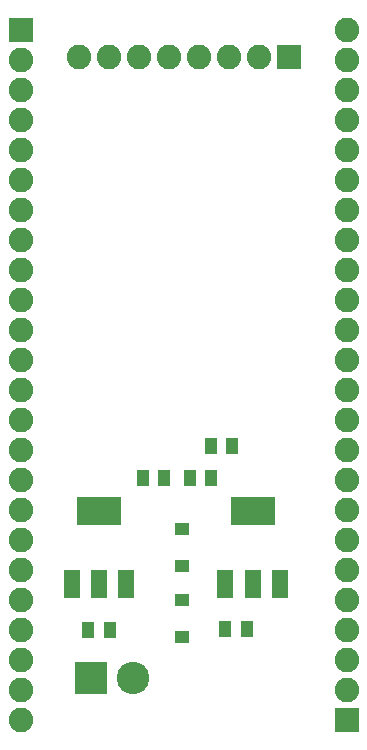
<source format=gbr>
G04 EAGLE Gerber X2 export*
G75*
%MOMM*%
%FSLAX34Y34*%
%LPD*%
%AMOC8*
5,1,8,0,0,1.08239X$1,22.5*%
G01*
%ADD10R,1.153200X1.103200*%
%ADD11C,2.743200*%
%ADD12R,2.743200X2.743200*%
%ADD13R,2.082800X2.082800*%
%ADD14C,2.082800*%
%ADD15R,1.422400X2.438400*%
%ADD16R,3.803200X2.403200*%
%ADD17R,1.003200X1.403200*%


D10*
X150000Y175750D03*
X150000Y144250D03*
X150000Y84250D03*
X150000Y115750D03*
D11*
X108500Y49000D03*
D12*
X73500Y49000D03*
D13*
X241000Y575100D03*
D14*
X215600Y575100D03*
X190200Y575100D03*
X164800Y575100D03*
X139400Y575100D03*
X114000Y575100D03*
X88600Y575100D03*
X63200Y575100D03*
D15*
X103114Y129012D03*
X80000Y129012D03*
X56886Y129012D03*
D16*
X80000Y190990D03*
D15*
X233114Y129012D03*
X210000Y129012D03*
X186886Y129012D03*
D16*
X210000Y190990D03*
D17*
X71000Y90000D03*
X89000Y90000D03*
X187000Y91000D03*
X205000Y91000D03*
X175000Y246000D03*
X193000Y246000D03*
X175000Y219000D03*
X157000Y219000D03*
X135000Y219000D03*
X117000Y219000D03*
D14*
X14000Y394900D03*
X14000Y369500D03*
X14000Y344100D03*
X14000Y318700D03*
X14000Y293300D03*
X14000Y267900D03*
X14000Y242500D03*
X14000Y217100D03*
X14000Y191700D03*
X14000Y166300D03*
X14000Y140900D03*
X14000Y115500D03*
X14000Y90100D03*
X14000Y64700D03*
X14000Y39300D03*
X14000Y13900D03*
D13*
X14000Y598100D03*
D14*
X14000Y572700D03*
X14000Y547300D03*
X14000Y521900D03*
X14000Y496500D03*
X14000Y471100D03*
X14000Y445700D03*
X14000Y420300D03*
X289590Y217100D03*
X289590Y242500D03*
X289590Y267900D03*
X289590Y293300D03*
X289590Y318700D03*
X289590Y344100D03*
X289590Y369500D03*
X289590Y394900D03*
X289590Y420300D03*
X289590Y445700D03*
X289590Y471100D03*
X289590Y496500D03*
X289590Y521900D03*
X289590Y547300D03*
X289590Y572700D03*
X289590Y598100D03*
D13*
X289590Y13900D03*
D14*
X289590Y39300D03*
X289590Y64700D03*
X289590Y90100D03*
X289590Y115500D03*
X289590Y140900D03*
X289590Y166300D03*
X289590Y191700D03*
M02*

</source>
